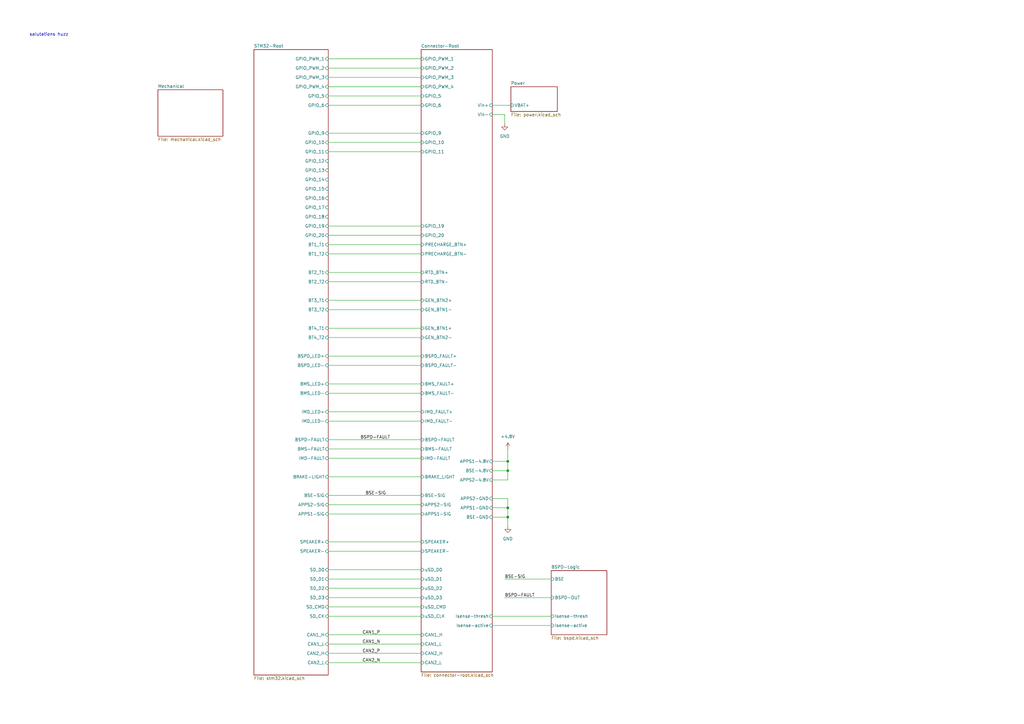
<source format=kicad_sch>
(kicad_sch (version 20250114) (generator "eeschema") (generator_version "9.0")
  (paper "A3")
  (lib_symbols
    (symbol "power:+4V" (power) (pin_numbers (hide yes)) (pin_names (offset 0) (hide yes))
      (property "Value" "+4V" (at 0 3.556 0))
      (symbol "+4V_0_1"
        (polyline (pts (xy -0.762 1.27) (xy 0 2.54)))
        (polyline (pts (xy 0 2.54) (xy 0.762 1.27)))
        (polyline (pts (xy 0 0) (xy 0 2.54)))
      )
      (symbol "+4V_1_1"
        (pin power_in line (at 0 0 90) (length 0) (name "~") (number "1"))
      )
    )
    (symbol "power:GND" (power) (pin_numbers (hide yes)) (pin_names (offset 0) (hide yes))
      (property "Value" "GND" (at 0 -3.81 0))
      (symbol "GND_0_1"
        (polyline (pts (xy 0 0) (xy 0 -1.27) (xy 1.27 -1.27) (xy 0 -2.54) (xy -1.27 -1.27) (xy 0 -1.27)))
      )
      (symbol "GND_1_1"
        (pin power_in line (at 0 0 270) (length 0) (name "~") (number "1"))
      )
    )
  )
  (text "salutations huzz" (at 20.066 14.224 0) (effects (font (size 1.27 1.27))))
  (junction (at 208.28 208.28))
  (junction (at 208.28 193.04))
  (junction (at 208.28 189.23))
  (junction (at 208.28 212.09))
  (wire (pts (xy 208.28 189.23) (xy 208.28 193.04)))
  (wire (pts (xy 134.62 123.19) (xy 172.72 123.19)))
  (wire (pts (xy 134.62 92.71) (xy 172.72 92.71)))
  (wire (pts (xy 201.93 193.04) (xy 208.28 193.04)))
  (wire (pts (xy 134.62 146.05) (xy 172.72 146.05)))
  (wire (pts (xy 134.62 241.3) (xy 172.72 241.3)))
  (wire (pts (xy 134.62 222.25) (xy 172.72 222.25)))
  (wire (pts (xy 134.62 104.14) (xy 172.72 104.14)))
  (wire (pts (xy 134.62 54.61) (xy 172.72 54.61)))
  (wire (pts (xy 134.62 237.49) (xy 172.72 237.49)))
  (wire (pts (xy 134.62 39.37) (xy 172.72 39.37)))
  (wire (pts (xy 134.62 203.2) (xy 172.72 203.2)))
  (wire (pts (xy 208.28 184.15) (xy 208.28 189.23)))
  (wire (pts (xy 134.62 210.82) (xy 172.72 210.82)))
  (wire (pts (xy 134.62 172.72) (xy 172.72 172.72)))
  (wire (pts (xy 134.62 111.76) (xy 172.72 111.76)))
  (wire (pts (xy 134.62 115.57) (xy 172.72 115.57)))
  (wire (pts (xy 134.62 134.62) (xy 172.72 134.62)))
  (wire (pts (xy 134.62 58.42) (xy 172.72 58.42)))
  (wire (pts (xy 134.62 149.86) (xy 172.72 149.86)))
  (wire (pts (xy 207.01 237.49) (xy 226.06 237.49)))
  (wire (pts (xy 134.62 267.97) (xy 172.72 267.97)))
  (wire (pts (xy 134.62 195.58) (xy 172.72 195.58)))
  (wire (pts (xy 134.62 62.23) (xy 172.72 62.23)))
  (wire (pts (xy 208.28 193.04) (xy 208.28 196.85)))
  (wire (pts (xy 201.93 208.28) (xy 208.28 208.28)))
  (wire (pts (xy 134.62 100.33) (xy 172.72 100.33)))
  (wire (pts (xy 134.62 43.18) (xy 172.72 43.18)))
  (wire (pts (xy 208.28 204.47) (xy 208.28 208.28)))
  (wire (pts (xy 134.62 24.13) (xy 172.72 24.13)))
  (wire (pts (xy 134.62 27.94) (xy 172.72 27.94)))
  (wire (pts (xy 134.62 96.52) (xy 172.72 96.52)))
  (wire (pts (xy 208.28 196.85) (xy 201.93 196.85)))
  (wire (pts (xy 207.01 50.8) (xy 207.01 46.99)))
  (wire (pts (xy 201.93 46.99) (xy 207.01 46.99)))
  (wire (pts (xy 207.01 245.11) (xy 226.06 245.11)))
  (wire (pts (xy 134.62 226.06) (xy 172.72 226.06)))
  (wire (pts (xy 209.55 43.18) (xy 201.93 43.18)))
  (wire (pts (xy 201.93 212.09) (xy 208.28 212.09)))
  (wire (pts (xy 134.62 157.48) (xy 172.72 157.48)))
  (wire (pts (xy 134.62 245.11) (xy 172.72 245.11)))
  (wire (pts (xy 134.62 180.34) (xy 172.72 180.34)))
  (wire (pts (xy 134.62 168.91) (xy 172.72 168.91)))
  (wire (pts (xy 134.62 31.75) (xy 172.72 31.75)))
  (wire (pts (xy 201.93 256.54) (xy 226.06 256.54)))
  (wire (pts (xy 134.62 161.29) (xy 172.72 161.29)))
  (wire (pts (xy 134.62 260.35) (xy 172.72 260.35)))
  (wire (pts (xy 208.28 212.09) (xy 208.28 215.9)))
  (wire (pts (xy 208.28 208.28) (xy 208.28 212.09)))
  (wire (pts (xy 201.93 204.47) (xy 208.28 204.47)))
  (wire (pts (xy 134.62 271.78) (xy 172.72 271.78)))
  (wire (pts (xy 134.62 184.15) (xy 172.72 184.15)))
  (wire (pts (xy 201.93 252.73) (xy 226.06 252.73)))
  (wire (pts (xy 134.62 207.01) (xy 172.72 207.01)))
  (wire (pts (xy 134.62 138.43) (xy 172.72 138.43)))
  (wire (pts (xy 134.62 252.73) (xy 172.72 252.73)))
  (wire (pts (xy 201.93 189.23) (xy 208.28 189.23)))
  (wire (pts (xy 134.62 233.68) (xy 172.72 233.68)))
  (wire (pts (xy 134.62 127) (xy 172.72 127)))
  (wire (pts (xy 134.62 187.96) (xy 172.72 187.96)))
  (wire (pts (xy 134.62 264.16) (xy 172.72 264.16)))
  (wire (pts (xy 134.62 35.56) (xy 172.72 35.56)))
  (wire (pts (xy 134.62 248.92) (xy 172.72 248.92)))
  (label "BSPD-FAULT" (at 147.7835 180.34 0))
  (label "CAN2_N" (at 148.59 271.78 0) (property "Netclass" "DIFF_120_2" (effects (hide yes))))
  (label "BSPD-FAULT" (at 207.01 245.11 0))
  (label "BSE-SIG" (at 149.86 203.2 0))
  (label "CAN2_P" (at 148.59 267.97 0) (property "Netclass" "DIFF_120_2" (effects (hide yes))))
  (label "BSE-SIG" (at 207.01 237.49 0))
  (label "CAN1_P" (at 148.59 260.35 0) (property "Netclass" "DIFF_120_1" (effects (hide yes))))
  (label "CAN1_N" (at 148.59 264.16 0) (property "Netclass" "DIFF_120_1" (effects (hide yes))))
  (symbol (lib_id "power:GND") (at 208.28 215.9 0) (unit 1)
    (property "Reference" "#PWR02" (effects (hide yes)))
    (property "Value" "GND" (at 208.28 220.98 0))
    (property "Description" "Power symbol creates a global label with name \"GND\" , ground" (effects (hide yes)))
  )
  (symbol (lib_id "power:GND") (at 207.01 50.8 0) (unit 1)
    (property "Reference" "#PWR025" (effects (hide yes)))
    (property "Value" "GND" (at 207.01 55.88 0))
    (property "Description" "Power symbol creates a global label with name \"GND\" , ground" (effects (hide yes)))
  )
  (symbol (lib_id "power:+4V") (at 208.28 184.15 0) (unit 1)
    (property "Reference" "#PWR01" (effects (hide yes)))
    (property "Value" "+4.8V" (at 208.28 179.07 0))
    (property "Description" "Power symbol creates a global label with name \"+4V\"" (effects (hide yes)))
  )
  (sheet (at 172.72 20.32) (size 29.21 255.27) (stroke (width 0.1524))
    (property "Sheetname" "Connector-Root" (at 172.72 19.6084 0) (effects (justify left bottom)))
    (property "Sheetfile" "connector-root.kicad_sch" (at 172.72 276.1746 0) (effects (justify left top)))
    (pin "GEN_BTN2+" input (at 172.72 123.19 180))
    (pin "GEN_BTN1-" input (at 172.72 127 180))
    (pin "RTD_BTN-" input (at 172.72 115.57 180))
    (pin "PRECHARGE_BTN-" input (at 172.72 104.14 180))
    (pin "GEN_BTN2-" input (at 172.72 138.43 180))
    (pin "PRECHARGE_BTN+" input (at 172.72 100.33 180))
    (pin "RTD_BTN+" input (at 172.72 111.76 180))
    (pin "GEN_BTN1+" input (at 172.72 134.62 180))
    (pin "uSD_D0" input (at 172.72 233.68 180))
    (pin "uSD_CLK" input (at 172.72 252.73 180))
    (pin "uSD_D2" input (at 172.72 241.3 180))
    (pin "uSD_D1" input (at 172.72 237.49 180))
    (pin "BRAKE_LIGHT" input (at 172.72 195.58 180))
    (pin "BMS_FAULT+" input (at 172.72 157.48 180))
    (pin "BSPD_FAULT-" input (at 172.72 149.86 180))
    (pin "BMS_FAULT-" input (at 172.72 161.29 180))
    (pin "IMD_FAULT+" input (at 172.72 168.91 180))
    (pin "IMD_FAULT-" input (at 172.72 172.72 180))
    (pin "BSPD_FAULT+" input (at 172.72 146.05 180))
    (pin "uSD_CMD" input (at 172.72 248.92 180))
    (pin "uSD_D3" input (at 172.72 245.11 180))
    (pin "APPS1-4.8V" input (at 201.93 189.23 0))
    (pin "APPS1-SIG" input (at 172.72 210.82 180))
    (pin "APPS2-4.8V" input (at 201.93 196.85 0))
    (pin "APPS2-GND" input (at 201.93 204.47 0))
    (pin "APPS1-GND" input (at 201.93 208.28 0))
    (pin "BSE-GND" input (at 201.93 212.09 0))
    (pin "APPS2-SIG" input (at 172.72 207.01 180))
    (pin "BSE-SIG" input (at 172.72 203.2 180))
    (pin "SPEAKER+" input (at 172.72 222.25 180))
    (pin "SPEAKER-" input (at 172.72 226.06 180))
    (pin "BSE-4.8V" input (at 201.93 193.04 0))
    (pin "BMS-FAULT" input (at 172.72 184.15 180))
    (pin "BSPD-FAULT" input (at 172.72 180.34 180))
    (pin "IMD-FAULT" input (at 172.72 187.96 180))
    (pin "GPIO_5" input (at 172.72 39.37 180))
    (pin "GPIO_PWM_2" input (at 172.72 27.94 180))
    (pin "GPIO_6" input (at 172.72 43.18 180))
    (pin "GPIO_PWM_1" input (at 172.72 24.13 180))
    (pin "GPIO_11" input (at 172.72 62.23 180))
    (pin "GPIO_9" input (at 172.72 54.61 180))
    (pin "GPIO_20" input (at 172.72 96.52 180))
    (pin "GPIO_PWM_3" input (at 172.72 31.75 180))
    (pin "GPIO_19" input (at 172.72 92.71 180))
    (pin "GPIO_10" input (at 172.72 58.42 180))
    (pin "GPIO_PWM_4" input (at 172.72 35.56 180))
    (pin "CAN1_H" input (at 172.72 260.35 180))
    (pin "CAN1_L" input (at 172.72 264.16 180))
    (pin "Vin-" input (at 201.93 46.99 0))
    (pin "Vin+" input (at 201.93 43.18 0))
    (pin "Isense-active" input (at 201.93 256.54 0))
    (pin "Isense-thresh" input (at 201.93 252.73 0))
    (pin "CAN2_H" input (at 172.72 267.97 180))
    (pin "CAN2_L" input (at 172.72 271.78 180))
  )
  (sheet (at 209.55 35.56) (size 19.05 10.16) (stroke (width 0.1524))
    (property "Sheetname" "Power" (at 209.55 34.8484 0) (effects (justify left bottom)))
    (property "Sheetfile" "power.kicad_sch" (at 209.55 46.3046 0) (effects (justify left top)))
    (pin "VBAT+" input (at 209.55 43.18 180))
  )
  (sheet (at 104.14 20.32) (size 30.48 256.54) (stroke (width 0.1524))
    (property "Sheetname" "STM32-Root" (at 104.14 19.6084 0) (effects (justify left bottom)))
    (property "Sheetfile" "stm32.kicad_sch" (at 104.14 277.4446 0) (effects (justify left top)))
    (pin "BT1_T2" input (at 134.62 104.14 0))
    (pin "BT3_T1" input (at 134.62 123.19 0))
    (pin "BT2_T1" input (at 134.62 111.76 0))
    (pin "BT2_T2" input (at 134.62 115.57 0))
    (pin "CAN2_H" input (at 134.62 267.97 0))
    (pin "CAN1_H" input (at 134.62 260.35 0))
    (pin "SD_D3" input (at 134.62 245.11 0))
    (pin "SD_D2" input (at 134.62 241.3 0))
    (pin "BSPD_LED+" input (at 134.62 146.05 0))
    (pin "BT1_T1" input (at 134.62 100.33 0))
    (pin "BT4_T2" input (at 134.62 138.43 0))
    (pin "BSPD-FAULT" input (at 134.62 180.34 0))
    (pin "SD_D1" input (at 134.62 237.49 0))
    (pin "SD_CK" input (at 134.62 252.73 0))
    (pin "BMS_LED-" input (at 134.62 161.29 0))
    (pin "SD_D0" input (at 134.62 233.68 0))
    (pin "IMD_LED+" input (at 134.62 168.91 0))
    (pin "BMS-FAULT" input (at 134.62 184.15 0))
    (pin "BSPD_LED-" input (at 134.62 149.86 0))
    (pin "BMS_LED+" input (at 134.62 157.48 0))
    (pin "IMD_LED-" input (at 134.62 172.72 0))
    (pin "IMD-FAULT" input (at 134.62 187.96 0))
    (pin "SD_CMD" input (at 134.62 248.92 0))
    (pin "BRAKE-LIGHT" input (at 134.62 195.58 0))
    (pin "BT4_T1" input (at 134.62 134.62 0))
    (pin "BT3_T2" input (at 134.62 127 0))
    (pin "APPS2-SIG" input (at 134.62 207.01 0))
    (pin "SPEAKER-" input (at 134.62 226.06 0))
    (pin "BSE-SIG" input (at 134.62 203.2 0))
    (pin "APPS1-SIG" input (at 134.62 210.82 0))
    (pin "SPEAKER+" input (at 134.62 222.25 0))
    (pin "CAN2_L" input (at 134.62 271.78 0))
    (pin "CAN1_L" input (at 134.62 264.16 0))
    (pin "GPIO_20" input (at 134.62 96.52 0))
    (pin "GPIO_19" input (at 134.62 92.71 0))
    (pin "GPIO_PWM_1" input (at 134.62 24.13 0))
    (pin "GPIO_PWM_2" input (at 134.62 27.94 0))
    (pin "GPIO_6" input (at 134.62 43.18 0))
    (pin "GPIO_PWM_4" input (at 134.62 35.56 0))
    (pin "GPIO_PWM_3" input (at 134.62 31.75 0))
    (pin "GPIO_17" input (at 134.62 85.09 0))
    (pin "GPIO_11" input (at 134.62 62.23 0))
    (pin "GPIO_12" input (at 134.62 66.04 0))
    (pin "GPIO_13" input (at 134.62 69.85 0))
    (pin "GPIO_14" input (at 134.62 73.66 0))
    (pin "GPIO_18" input (at 134.62 88.9 0))
    (pin "GPIO_9" input (at 134.62 54.61 0))
    (pin "GPIO_5" input (at 134.62 39.37 0))
    (pin "GPIO_10" input (at 134.62 58.42 0))
    (pin "GPIO_15" input (at 134.62 77.47 0))
    (pin "GPIO_16" input (at 134.62 81.28 0))
  )
  (sheet (at 226.06 234.0162) (size 22.86 26.3338) (stroke (width 0.1524))
    (property "Sheetname" "BSPD-Logic" (at 226.06 233.3046 0) (effects (justify left bottom)))
    (property "Sheetfile" "bspd.kicad_sch" (at 226.06 260.9346 0) (effects (justify left top)))
    (pin "Isense-thresh" input (at 226.06 252.73 180))
    (pin "Isense-active" input (at 226.06 256.54 180))
    (pin "BSPD-OUT" input (at 226.06 245.11 180))
    (pin "BSE" input (at 226.06 237.49 180))
  )
  (sheet (at 64.77 36.83) (size 26.67 19.05) (stroke (width 0.1524))
    (property "Sheetname" "Mechanical" (at 64.77 36.1184 0) (effects (justify left bottom)))
    (property "Sheetfile" "mechanical.kicad_sch" (at 64.77 56.4646 0) (effects (justify left top)))
  )
)
</source>
